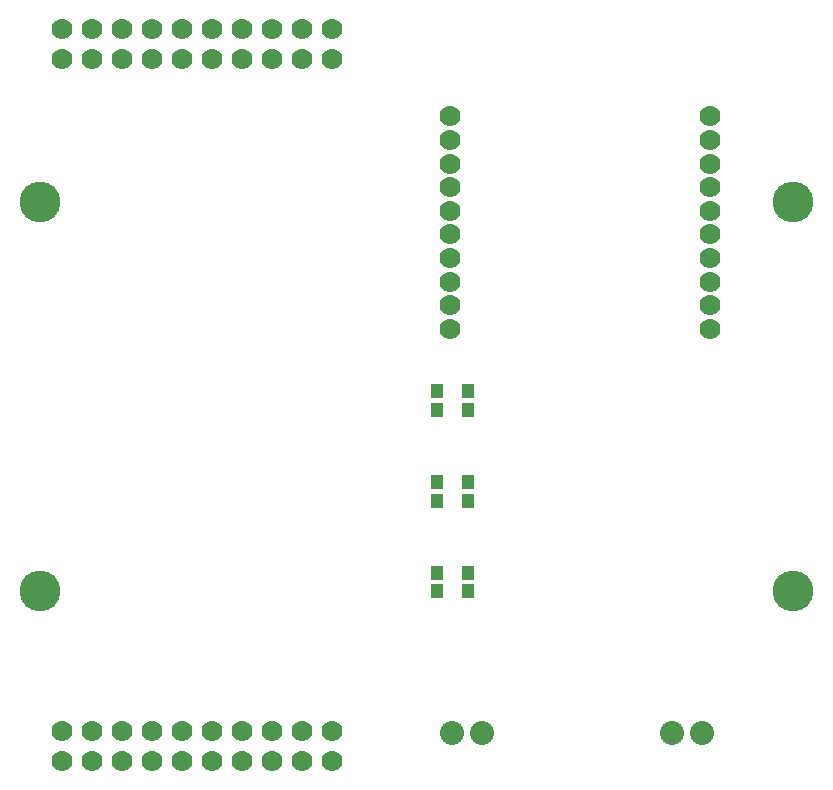
<source format=gts>
*
*
G04 PADS 9.3.1 Build Number: 456998 generated Gerber (RS-274-X) file*
G04 PC Version=2.1*
*
%IN "DriveControl.pcb"*%
*
%MOIN*%
*
%FSLAX35Y35*%
*
*
*
*
G04 PC Standard Apertures*
*
*
G04 Thermal Relief Aperture macro.*
%AMTER*
1,1,$1,0,0*
1,0,$1-$2,0,0*
21,0,$3,$4,0,0,45*
21,0,$3,$4,0,0,135*
%
*
*
G04 Annular Aperture macro.*
%AMANN*
1,1,$1,0,0*
1,0,$2,0,0*
%
*
*
G04 Odd Aperture macro.*
%AMODD*
1,1,$1,0,0*
1,0,$1-0.005,0,0*
%
*
*
G04 PC Custom Aperture Macros*
*
*
*
*
*
*
G04 PC Aperture Table*
*
%ADD010C,0.001*%
%ADD048R,0.04X0.048*%
%ADD051C,0.07*%
%ADD190C,0.08*%
%ADD191C,0.13598*%
*
*
*
*
G04 PC Circuitry*
G04 Layer Name DriveControl.pcb - circuitry*
%LPD*%
*
*
G04 PC Custom Flashes*
G04 Layer Name DriveControl.pcb - flashes*
%LPD*%
*
*
G04 PC Circuitry*
G04 Layer Name DriveControl.pcb - circuitry*
%LPD*%
*
G54D10*
G54D48*
G01X156220Y101368D03*
Y95168D03*
Y71131D03*
Y64931D03*
X146142Y71131D03*
Y64931D03*
Y101368D03*
Y95168D03*
X156220Y131604D03*
Y125404D03*
X146142Y131604D03*
Y125404D03*
G54D51*
X150520Y223299D03*
Y215425D03*
Y207551D03*
Y199677D03*
Y191803D03*
Y183929D03*
Y176055D03*
Y168181D03*
Y160307D03*
Y152433D03*
X21067Y8508D03*
Y18508D03*
X31067Y8508D03*
Y18508D03*
X41067Y8508D03*
Y18508D03*
X51067Y8508D03*
Y18508D03*
X61067Y8508D03*
Y18508D03*
X71067Y8508D03*
Y18508D03*
X81067Y8508D03*
Y18508D03*
X91067Y8508D03*
Y18508D03*
X101067Y8508D03*
Y18508D03*
X111067Y8508D03*
Y18508D03*
X21067Y242258D03*
Y252258D03*
X31067Y242258D03*
Y252258D03*
X41067Y242258D03*
Y252258D03*
X51067Y242258D03*
Y252258D03*
X61067Y242258D03*
Y252258D03*
X71067Y242258D03*
Y252258D03*
X81067Y242258D03*
Y252258D03*
X91067Y242258D03*
Y252258D03*
X101067Y242258D03*
Y252258D03*
X111067Y242258D03*
Y252258D03*
X237134Y223299D03*
Y215425D03*
Y207551D03*
Y199677D03*
Y191803D03*
Y183929D03*
Y176055D03*
Y168181D03*
Y160307D03*
Y152433D03*
G54D190*
X151181Y17638D03*
X161181D03*
X234331D03*
X224331D03*
G54D191*
X13780Y64961D03*
Y194882D03*
X264567D03*
Y64961D03*
X0Y0D02*
M02*

</source>
